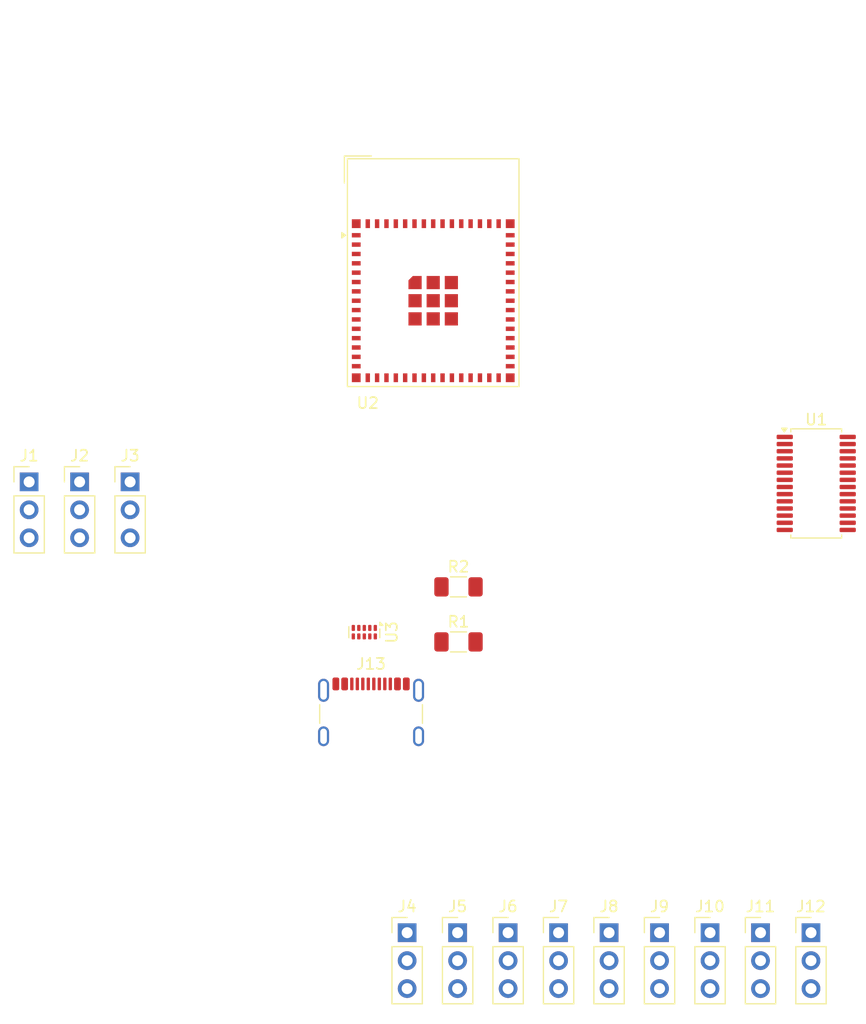
<source format=kicad_pcb>
(kicad_pcb (version 20241229) (generator "pcbnew") (generator_version "9.0")
  (layers (0 "F.Cu" signal) (4 "In1.Cu" signal) (6 "In2.Cu" signal) (2 "B.Cu" signal) (13 "F.Paste" user) (15 "B.Paste" user) (5 "F.SilkS" user "F.Silkscreen") (7 "B.SilkS" user "B.Silkscreen") (1 "F.Mask" user) (3 "B.Mask" user) (25 "Edge.Cuts" user))
  (net 0 "")
  (net 1 "GND")
  (net 2 "Net-(J10-Pin_1)")
  (net 3 "Net-(J11-Pin_1)")
  (net 4 "Net-(J12-Pin_1)")
  (net 57 "+3V3")
  (net 69 "/DP1")
  (net 70 "/USB 5V")
  (net 73 "Net-(J13-CC1)")
  (net 75 "/DP2")
  (net 77 "Net-(J13-CC2)")
  (footprint "Connector_PinHeader_2.54mm:PinHeader_1x03_P2.54mm_Vertical" (layer "F.Cu") (at 153.11 122.77)
    (property "Reference" "J11" (at 0 -2.38 0) (layer "F.SilkS"))
    (property "Value" "Servo11")
    (fp_line (start -1.38 -1.38) (end 0 -1.38) (stroke (width 0.12)) (layer "F.SilkS"))
    (fp_line (start -1.38 0) (end -1.38 -1.38) (stroke (width 0.12)) (layer "F.SilkS"))
    (fp_line (start -1.38 1.27) (end -1.38 6.46) (stroke (width 0.12)) (layer "F.SilkS"))
    (fp_line (start -1.38 1.27) (end 1.38 1.27) (stroke (width 0.12)) (layer "F.SilkS"))
    (fp_line (start -1.38 6.46) (end 1.38 6.46) (stroke (width 0.12)) (layer "F.SilkS"))
    (fp_line (start 1.38 1.27) (end 1.38 6.46) (stroke (width 0.12)) (layer "F.SilkS"))
    (pad "1" thru_hole rect (at 0 0) (size 1.7 1.7) (drill 1) (layers "*.Cu" "*.Mask") (net 3 "Net-(J11-Pin_1)"))
    (pad "2" thru_hole circle (at 0 2.54) (size 1.7 1.7) (drill 1) (layers "*.Cu" "*.Mask") (net 57 "+3V3"))
    (pad "3" thru_hole circle (at 0 5.08) (size 1.7 1.7) (drill 1) (layers "*.Cu" "*.Mask") (net 1 "GND"))
  )
  (footprint "Connector_PinHeader_2.54mm:PinHeader_1x03_P2.54mm_Vertical" (layer "F.Cu") (at 143.93 122.77)
    (property "Reference" "J9" (at 0 -2.38 0) (layer "F.SilkS"))
    (property "Value" "Servo9")
    (fp_line (start -1.38 -1.38) (end 0 -1.38) (stroke (width 0.12)) (layer "F.SilkS"))
    (fp_line (start -1.38 0) (end -1.38 -1.38) (stroke (width 0.12)) (layer "F.SilkS"))
    (fp_line (start -1.38 1.27) (end -1.38 6.46) (stroke (width 0.12)) (layer "F.SilkS"))
    (fp_line (start -1.38 1.27) (end 1.38 1.27) (stroke (width 0.12)) (layer "F.SilkS"))
    (fp_line (start -1.38 6.46) (end 1.38 6.46) (stroke (width 0.12)) (layer "F.SilkS"))
    (fp_line (start 1.38 1.27) (end 1.38 6.46) (stroke (width 0.12)) (layer "F.SilkS"))
    (pad "1" thru_hole rect (at 0 0) (size 1.7 1.7) (drill 1) (layers "*.Cu" "*.Mask"))
    (pad "2" thru_hole circle (at 0 2.54) (size 1.7 1.7) (drill 1) (layers "*.Cu" "*.Mask") (net 57 "+3V3"))
    (pad "3" thru_hole circle (at 0 5.08) (size 1.7 1.7) (drill 1) (layers "*.Cu" "*.Mask") (net 1 "GND"))
  )
  (footprint "Connector_PinHeader_2.54mm:PinHeader_1x03_P2.54mm_Vertical" (layer "F.Cu") (at 86.61 81.81)
    (property "Reference" "J1" (at 0 -2.38 0) (layer "F.SilkS"))
    (property "Value" "Servo1")
    (fp_line (start -1.38 -1.38) (end 0 -1.38) (stroke (width 0.12)) (layer "F.SilkS"))
    (fp_line (start -1.38 0) (end -1.38 -1.38) (stroke (width 0.12)) (layer "F.SilkS"))
    (fp_line (start -1.38 1.27) (end -1.38 6.46) (stroke (width 0.12)) (layer "F.SilkS"))
    (fp_line (start -1.38 1.27) (end 1.38 1.27) (stroke (width 0.12)) (layer "F.SilkS"))
    (fp_line (start -1.38 6.46) (end 1.38 6.46) (stroke (width 0.12)) (layer "F.SilkS"))
    (fp_line (start 1.38 1.27) (end 1.38 6.46) (stroke (width 0.12)) (layer "F.SilkS"))
    (pad "1" thru_hole rect (at 0 0) (size 1.7 1.7) (drill 1) (layers "*.Cu" "*.Mask"))
    (pad "2" thru_hole circle (at 0 2.54) (size 1.7 1.7) (drill 1) (layers "*.Cu" "*.Mask") (net 57 "+3V3"))
    (pad "3" thru_hole circle (at 0 5.08) (size 1.7 1.7) (drill 1) (layers "*.Cu" "*.Mask") (net 1 "GND"))
  )
  (footprint "Connector_USB:USB_C_Receptacle_GCT_USB4105-xx-A_16P_TopMnt_Horizontal" (layer "F.Cu") (at 117.7 103.85)
    (property "Reference" "J13" (at 0 -5.5 0) (layer "F.SilkS"))
    (property "Value" "USB_C_Receptacle_USB2.0_16P")
    (fp_line (start -4.67 -0.1) (end -4.67 -1.8) (stroke (width 0.12)) (layer "F.SilkS"))
    (fp_line (start 4.67 -0.1) (end 4.67 -1.8) (stroke (width 0.12)) (layer "F.SilkS"))
    (pad "" np_thru_hole circle (at -2.89 -2.605) (size 0.65 0.65) (drill 0.65) (layers "F&B.Cu" "*.Mask"))
    (pad "" np_thru_hole circle (at 2.89 -2.605) (size 0.65 0.65) (drill 0.65) (layers "F&B.Cu" "*.Mask"))
    (pad "A1" smd roundrect (at -3.2 -3.68) (size 0.6 1.15) (layers "F.Cu" "F.Mask" "F.Paste") (net 1 "GND"))
    (pad "A4" smd roundrect (at -2.4 -3.68) (size 0.6 1.15) (layers "F.Cu" "F.Mask" "F.Paste") (net 70 "/USB 5V"))
    (pad "A5" smd roundrect (at -1.25 -3.68) (size 0.3 1.15) (layers "F.Cu" "F.Mask" "F.Paste") (net 73 "Net-(J13-CC1)"))
    (pad "A6" smd roundrect (at -0.25 -3.68) (size 0.3 1.15) (layers "F.Cu" "F.Mask" "F.Paste") (net 69 "/DP1"))
    (pad "A7" smd roundrect (at 0.25 -3.68) (size 0.3 1.15) (layers "F.Cu" "F.Mask" "F.Paste") (net 75 "/DP2"))
    (pad "A8" smd roundrect (at 1.25 -3.68) (size 0.3 1.15) (layers "F.Cu" "F.Mask" "F.Paste"))
    (pad "A9" smd roundrect (at 2.4 -3.68) (size 0.6 1.15) (layers "F.Cu" "F.Mask" "F.Paste") (net 70 "/USB 5V"))
    (pad "A12" smd roundrect (at 3.2 -3.68) (size 0.6 1.15) (layers "F.Cu" "F.Mask" "F.Paste") (net 1 "GND"))
    (pad "B1" smd roundrect (at 3.2 -3.68) (size 0.6 1.15) (layers "F.Cu" "F.Mask" "F.Paste") (net 1 "GND"))
    (pad "B4" smd roundrect (at 2.4 -3.68) (size 0.6 1.15) (layers "F.Cu" "F.Mask" "F.Paste") (net 70 "/USB 5V"))
    (pad "B5" smd roundrect (at 1.75 -3.68) (size 0.3 1.15) (layers "F.Cu" "F.Mask" "F.Paste") (net 77 "Net-(J13-CC2)"))
    (pad "B6" smd roundrect (at 0.75 -3.68) (size 0.3 1.15) (layers "F.Cu" "F.Mask" "F.Paste"))
    (pad "B7" smd roundrect (at -0.75 -3.68) (size 0.3 1.15) (layers "F.Cu" "F.Mask" "F.Paste"))
    (pad "B8" smd roundrect (at -1.75 -3.68) (size 0.3 1.15) (layers "F.Cu" "F.Mask" "F.Paste"))
    (pad "B9" smd roundrect (at -2.4 -3.68) (size 0.6 1.15) (layers "F.Cu" "F.Mask" "F.Paste") (net 70 "/USB 5V"))
    (pad "B12" smd roundrect (at -3.2 -3.68) (size 0.6 1.15) (layers "F.Cu" "F.Mask" "F.Paste") (net 1 "GND"))
    (pad "S1" thru_hole oval (at -4.32 -3.105) (size 1 2.1) (drill oval 0.6 1.7) (property pad_prop_heatsink) (layers "*.Cu" "*.Mask" "F.Paste") (net 1 "GND"))
    (pad "S1" thru_hole oval (at -4.32 1.075) (size 1 1.8) (drill oval 0.6 1.4) (property pad_prop_heatsink) (layers "*.Cu" "*.Mask" "F.Paste") (net 1 "GND"))
    (pad "S1" thru_hole oval (at 4.32 -3.105) (size 1 2.1) (drill oval 0.6 1.7) (property pad_prop_heatsink) (layers "*.Cu" "*.Mask" "F.Paste") (net 1 "GND"))
    (pad "S1" thru_hole oval (at 4.32 1.075) (size 1 1.8) (drill oval 0.6 1.4) (property pad_prop_heatsink) (layers "*.Cu" "*.Mask" "F.Paste") (net 1 "GND"))
  )
  (footprint "Connector_PinHeader_2.54mm:PinHeader_1x03_P2.54mm_Vertical" (layer "F.Cu") (at 120.98 122.77)
    (property "Reference" "J4" (at 0 -2.38 0) (layer "F.SilkS"))
    (property "Value" "Servo4")
    (fp_line (start -1.38 -1.38) (end 0 -1.38) (stroke (width 0.12)) (layer "F.SilkS"))
    (fp_line (start -1.38 0) (end -1.38 -1.38) (stroke (width 0.12)) (layer "F.SilkS"))
    (fp_line (start -1.38 1.27) (end -1.38 6.46) (stroke (width 0.12)) (layer "F.SilkS"))
    (fp_line (start -1.38 1.27) (end 1.38 1.27) (stroke (width 0.12)) (layer "F.SilkS"))
    (fp_line (start -1.38 6.46) (end 1.38 6.46) (stroke (width 0.12)) (layer "F.SilkS"))
    (fp_line (start 1.38 1.27) (end 1.38 6.46) (stroke (width 0.12)) (layer "F.SilkS"))
    (pad "1" thru_hole rect (at 0 0) (size 1.7 1.7) (drill 1) (layers "*.Cu" "*.Mask"))
    (pad "2" thru_hole circle (at 0 2.54) (size 1.7 1.7) (drill 1) (layers "*.Cu" "*.Mask") (net 57 "+3V3"))
    (pad "3" thru_hole circle (at 0 5.08) (size 1.7 1.7) (drill 1) (layers "*.Cu" "*.Mask") (net 1 "GND"))
  )
  (footprint "Resistor_SMD:R_1206_3216Metric_Pad1.30x1.75mm_HandSolder" (layer "F.Cu") (at 125.65 96.35)
    (property "Reference" "R1" (at 0 -1.83 0) (layer "F.SilkS"))
    (property "Value" "5.1 kΩ")
    (fp_line (start -0.727064 -0.91) (end 0.727064 -0.91) (stroke (width 0.12)) (layer "F.SilkS"))
    (fp_line (start -0.727064 0.91) (end 0.727064 0.91) (stroke (width 0.12)) (layer "F.SilkS"))
    (pad "1" smd roundrect (at -1.55 0) (size 1.3 1.75) (layers "F.Cu" "F.Mask" "F.Paste") (roundrect_rratio 0.192308) (net 77 "Net-(J13-CC2)"))
    (pad "2" smd roundrect (at 1.55 0) (size 1.3 1.75) (layers "F.Cu" "F.Mask" "F.Paste") (roundrect_rratio 0.192308) (net 1 "GND"))
  )
  (footprint "Connector_PinHeader_2.54mm:PinHeader_1x03_P2.54mm_Vertical" (layer "F.Cu") (at 157.7 122.77)
    (property "Reference" "J12" (at 0 -2.38 0) (layer "F.SilkS"))
    (property "Value" "Servo12")
    (fp_line (start -1.38 -1.38) (end 0 -1.38) (stroke (width 0.12)) (layer "F.SilkS"))
    (fp_line (start -1.38 0) (end -1.38 -1.38) (stroke (width 0.12)) (layer "F.SilkS"))
    (fp_line (start -1.38 1.27) (end -1.38 6.46) (stroke (width 0.12)) (layer "F.SilkS"))
    (fp_line (start -1.38 1.27) (end 1.38 1.27) (stroke (width 0.12)) (layer "F.SilkS"))
    (fp_line (start -1.38 6.46) (end 1.38 6.46) (stroke (width 0.12)) (layer "F.SilkS"))
    (fp_line (start 1.38 1.27) (end 1.38 6.46) (stroke (width 0.12)) (layer "F.SilkS"))
    (pad "1" thru_hole rect (at 0 0) (size 1.7 1.7) (drill 1) (layers "*.Cu" "*.Mask") (net 4 "Net-(J12-Pin_1)"))
    (pad "2" thru_hole circle (at 0 2.54) (size 1.7 1.7) (drill 1) (layers "*.Cu" "*.Mask") (net 57 "+3V3"))
    (pad "3" thru_hole circle (at 0 5.08) (size 1.7 1.7) (drill 1) (layers "*.Cu" "*.Mask") (net 1 "GND"))
  )
  (footprint "Connector_PinHeader_2.54mm:PinHeader_1x03_P2.54mm_Vertical" (layer "F.Cu") (at 130.16 122.77)
    (property "Reference" "J6" (at 0 -2.38 0) (layer "F.SilkS"))
    (property "Value" "Servo6")
    (fp_line (start -1.38 -1.38) (end 0 -1.38) (stroke (width 0.12)) (layer "F.SilkS"))
    (fp_line (start -1.38 0) (end -1.38 -1.38) (stroke (width 0.12)) (layer "F.SilkS"))
    (fp_line (start -1.38 1.27) (end -1.38 6.46) (stroke (width 0.12)) (layer "F.SilkS"))
    (fp_line (start -1.38 1.27) (end 1.38 1.27) (stroke (width 0.12)) (layer "F.SilkS"))
    (fp_line (start -1.38 6.46) (end 1.38 6.46) (stroke (width 0.12)) (layer "F.SilkS"))
    (fp_line (start 1.38 1.27) (end 1.38 6.46) (stroke (width 0.12)) (layer "F.SilkS"))
    (pad "1" thru_hole rect (at 0 0) (size 1.7 1.7) (drill 1) (layers "*.Cu" "*.Mask"))
    (pad "2" thru_hole circle (at 0 2.54) (size 1.7 1.7) (drill 1) (layers "*.Cu" "*.Mask") (net 57 "+3V3"))
    (pad "3" thru_hole circle (at 0 5.08) (size 1.7 1.7) (drill 1) (layers "*.Cu" "*.Mask") (net 1 "GND"))
  )
  (footprint "Connector_PinHeader_2.54mm:PinHeader_1x03_P2.54mm_Vertical" (layer "F.Cu") (at 148.52 122.77)
    (property "Reference" "J10" (at 0 -2.38 0) (layer "F.SilkS"))
    (property "Value" "Servo10")
    (fp_line (start -1.38 -1.38) (end 0 -1.38) (stroke (width 0.12)) (layer "F.SilkS"))
    (fp_line (start -1.38 0) (end -1.38 -1.38) (stroke (width 0.12)) (layer "F.SilkS"))
    (fp_line (start -1.38 1.27) (end -1.38 6.46) (stroke (width 0.12)) (layer "F.SilkS"))
    (fp_line (start -1.38 1.27) (end 1.38 1.27) (stroke (width 0.12)) (layer "F.SilkS"))
    (fp_line (start -1.38 6.46) (end 1.38 6.46) (stroke (width 0.12)) (layer "F.SilkS"))
    (fp_line (start 1.38 1.27) (end 1.38 6.46) (stroke (width 0.12)) (layer "F.SilkS"))
    (pad "1" thru_hole rect (at 0 0) (size 1.7 1.7) (drill 1) (layers "*.Cu" "*.Mask") (net 2 "Net-(J10-Pin_1)"))
    (pad "2" thru_hole circle (at 0 2.54) (size 1.7 1.7) (drill 1) (layers "*.Cu" "*.Mask") (net 57 "+3V3"))
    (pad "3" thru_hole circle (at 0 5.08) (size 1.7 1.7) (drill 1) (layers "*.Cu" "*.Mask") (net 1 "GND"))
  )
  (footprint "Resistor_SMD:R_1206_3216Metric_Pad1.30x1.75mm_HandSolder" (layer "F.Cu") (at 125.65 91.35)
    (property "Reference" "R2" (at 0 -1.83 0) (layer "F.SilkS"))
    (property "Value" "5.1 kΩ")
    (fp_line (start -0.727064 -0.91) (end 0.727064 -0.91) (stroke (width 0.12)) (layer "F.SilkS"))
    (fp_line (start -0.727064 0.91) (end 0.727064 0.91) (stroke (width 0.12)) (layer "F.SilkS"))
    (pad "1" smd roundrect (at -1.55 0) (size 1.3 1.75) (layers "F.Cu" "F.Mask" "F.Paste") (roundrect_rratio 0.192308) (net 73 "Net-(J13-CC1)"))
    (pad "2" smd roundrect (at 1.55 0) (size 1.3 1.75) (layers "F.Cu" "F.Mask" "F.Paste") (roundrect_rratio 0.192308) (net 1 "GND"))
  )
  (footprint "Connector_PinHeader_2.54mm:PinHeader_1x03_P2.54mm_Vertical" (layer "F.Cu") (at 95.79 81.81)
    (property "Reference" "J3" (at 0 -2.38 0) (layer "F.SilkS"))
    (property "Value" "Servo3")
    (fp_line (start -1.38 -1.38) (end 0 -1.38) (stroke (width 0.12)) (layer "F.SilkS"))
    (fp_line (start -1.38 0) (end -1.38 -1.38) (stroke (width 0.12)) (layer "F.SilkS"))
    (fp_line (start -1.38 1.27) (end -1.38 6.46) (stroke (width 0.12)) (layer "F.SilkS"))
    (fp_line (start -1.38 1.27) (end 1.38 1.27) (stroke (width 0.12)) (layer "F.SilkS"))
    (fp_line (start -1.38 6.46) (end 1.38 6.46) (stroke (width 0.12)) (layer "F.SilkS"))
    (fp_line (start 1.38 1.27) (end 1.38 6.46) (stroke (width 0.12)) (layer "F.SilkS"))
    (pad "1" thru_hole rect (at 0 0) (size 1.7 1.7) (drill 1) (layers "*.Cu" "*.Mask"))
    (pad "2" thru_hole circle (at 0 2.54) (size 1.7 1.7) (drill 1) (layers "*.Cu" "*.Mask") (net 57 "+3V3"))
    (pad "3" thru_hole circle (at 0 5.08) (size 1.7 1.7) (drill 1) (layers "*.Cu" "*.Mask") (net 1 "GND"))
  )
  (footprint "Connector_PinHeader_2.54mm:PinHeader_1x03_P2.54mm_Vertical" (layer "F.Cu") (at 91.2 81.81)
    (property "Reference" "J2" (at 0 -2.38 0) (layer "F.SilkS"))
    (property "Value" "Servo2")
    (fp_line (start -1.38 -1.38) (end 0 -1.38) (stroke (width 0.12)) (layer "F.SilkS"))
    (fp_line (start -1.38 0) (end -1.38 -1.38) (stroke (width 0.12)) (layer "F.SilkS"))
    (fp_line (start -1.38 1.27) (end -1.38 6.46) (stroke (width 0.12)) (layer "F.SilkS"))
    (fp_line (start -1.38 1.27) (end 1.38 1.27) (stroke (width 0.12)) (layer "F.SilkS"))
    (fp_line (start -1.38 6.46) (end 1.38 6.46) (stroke (width 0.12)) (layer "F.SilkS"))
    (fp_line (start 1.38 1.27) (end 1.38 6.46) (stroke (width 0.12)) (layer "F.SilkS"))
    (pad "1" thru_hole rect (at 0 0) (size 1.7 1.7) (drill 1) (layers "*.Cu" "*.Mask"))
    (pad "2" thru_hole circle (at 0 2.54) (size 1.7 1.7) (drill 1) (layers "*.Cu" "*.Mask") (net 57 "+3V3"))
    (pad "3" thru_hole circle (at 0 5.08) (size 1.7 1.7) (drill 1) (layers "*.Cu" "*.Mask") (net 1 "GND"))
  )
  (footprint "Package_SO:TSSOP-28_4.4x9.7mm_P0.65mm" (layer "F.Cu") (at 158.175 81.95)
    (property "Reference" "U1" (at 0 -5.8 0) (layer "F.SilkS"))
    (property "Value" "PCA9685PW")
    (fp_line (start -2.31 -4.96) (end -2.31 -4.685) (stroke (width 0.12)) (layer "F.SilkS"))
    (fp_line (start -2.31 4.96) (end -2.31 4.685) (stroke (width 0.12)) (layer "F.SilkS"))
    (fp_line (start 0 -4.96) (end -2.31 -4.96) (stroke (width 0.12)) (layer "F.SilkS"))
    (fp_line (start 0 -4.96) (end 2.31 -4.96) (stroke (width 0.12)) (layer "F.SilkS"))
    (fp_line (start 0 4.96) (end -2.31 4.96) (stroke (width 0.12)) (layer "F.SilkS"))
    (fp_line (start 0 4.96) (end 2.31 4.96) (stroke (width 0.12)) (layer "F.SilkS"))
    (fp_line (start 2.31 -4.96) (end 2.31 -4.685) (stroke (width 0.12)) (layer "F.SilkS"))
    (fp_line (start 2.31 4.96) (end 2.31 4.685) (stroke (width 0.12)) (layer "F.SilkS"))
    (fp_poly (pts (xy -2.9 -4.685) (xy -3.14 -5.015) (xy -2.66 -5.015)) (stroke (width 0.12)) (fill yes) (layer "F.SilkS"))
    (pad "1" smd roundrect (at -2.8625 -4.225) (size 1.475 0.4) (layers "F.Cu" "F.Mask" "F.Paste"))
    (pad "2" smd roundrect (at -2.8625 -3.575) (size 1.475 0.4) (layers "F.Cu" "F.Mask" "F.Paste"))
    (pad "3" smd roundrect (at -2.8625 -2.925) (size 1.475 0.4) (layers "F.Cu" "F.Mask" "F.Paste"))
    (pad "4" smd roundrect (at -2.8625 -2.275) (size 1.475 0.4) (layers "F.Cu" "F.Mask" "F.Paste"))
    (pad "5" smd roundrect (at -2.8625 -1.625) (size 1.475 0.4) (layers "F.Cu" "F.Mask" "F.Paste"))
    (pad "6" smd roundrect (at -2.8625 -0.975) (size 1.475 0.4) (layers "F.Cu" "F.Mask" "F.Paste") (net 4 "Net-(J12-Pin_1)"))
    (pad "7" smd roundrect (at -2.8625 -0.325) (size 1.475 0.4) (layers "F.Cu" "F.Mask" "F.Paste") (net 3 "Net-(J11-Pin_1)"))
    (pad "8" smd roundrect (at -2.8625 0.325) (size 1.475 0.4) (layers "F.Cu" "F.Mask" "F.Paste") (net 2 "Net-(J10-Pin_1)"))
    (pad "9" smd roundrect (at -2.8625 0.975) (size 1.475 0.4) (layers "F.Cu" "F.Mask" "F.Paste"))
    (pad "10" smd roundrect (at -2.8625 1.625) (size 1.475 0.4) (layers "F.Cu" "F.Mask" "F.Paste"))
    (pad "11" smd roundrect (at -2.8625 2.275) (size 1.475 0.4) (layers "F.Cu" "F.Mask" "F.Paste"))
    (pad "12" smd roundrect (at -2.8625 2.925) (size 1.475 0.4) (layers "F.Cu" "F.Mask" "F.Paste"))
    (pad "13" smd roundrect (at -2.8625 3.575) (size 1.475 0.4) (layers "F.Cu" "F.Mask" "F.Paste"))
    (pad "14" smd roundrect (at -2.8625 4.225) (size 1.475 0.4) (layers "F.Cu" "F.Mask" "F.Paste") (net 1 "GND"))
    (pad "15" smd roundrect (at 2.8625 4.225) (size 1.475 0.4) (layers "F.Cu" "F.Mask" "F.Paste"))
    (pad "16" smd roundrect (at 2.8625 3.575) (size 1.475 0.4) (layers "F.Cu" "F.Mask" "F.Paste"))
    (pad "17" smd roundrect (at 2.8625 2.925) (size 1.475 0.4) (layers "F.Cu" "F.Mask" "F.Paste"))
    (pad "18" smd roundrect (at 2.8625 2.275) (size 1.475 0.4) (layers "F.Cu" "F.Mask" "F.Paste"))
    (pad "19" smd roundrect (at 2.8625 1.625) (size 1.475 0.4) (layers "F.Cu" "F.Mask" "F.Paste"))
    (pad "20" smd roundrect (at 2.8625 0.975) (size 1.475 0.4) (layers "F.Cu" "F.Mask" "F.Paste"))
    (pad "21" smd roundrect (at 2.8625 0.325) (size 1.475 0.4) (layers "F.Cu" "F.Mask" "F.Paste"))
    (pad "22" smd roundrect (at 2.8625 -0.325) (size 1.475 0.4) (layers "F.Cu" "F.Mask" "F.Paste"))
    (pad "23" smd roundrect (at 2.8625 -0.975) (size 1.475 0.4) (layers "F.Cu" "F.Mask" "F.Paste"))
    (pad "24" smd roundrect (at 2.8625 -1.625) (size 1.475 0.4) (layers "F.Cu" "F.Mask" "F.Paste"))
    (pad "25" smd roundrect (at 2.8625 -2.275) (size 1.475 0.4) (layers "F.Cu" "F.Mask" "F.Paste"))
    (pad "26" smd roundrect (at 2.8625 -2.925) (size 1.475 0.4) (layers "F.Cu" "F.Mask" "F.Paste"))
    (pad "27" smd roundrect (at 2.8625 -3.575) (size 1.475 0.4) (layers "F.Cu" "F.Mask" "F.Paste"))
    (pad "28" smd roundrect (at 2.8625 -4.225) (size 1.475 0.4) (layers "F.Cu" "F.Mask" "F.Paste") (net 57 "+3V3"))
  )
  (footprint "RF_Module:ESP32-S2-MINI-1" (layer "F.Cu") (at 123.35 62.8)
    (property "Reference" "U2" (at -5.95 11.85 0) (layer "F.SilkS"))
    (property "Value" "ESP32-S3-MINI-1")
    (fp_line (start -8.075 -10.6) (end -8.075 -8.15) (stroke (width 0.12)) (layer "F.SilkS"))
    (fp_line (start -8.075 -10.6) (end -5.625 -10.6) (stroke (width 0.12)) (layer "F.SilkS"))
    (fp_line (start -7.8 -10.35) (end 7.8 -10.35) (stroke (width 0.12)) (layer "F.SilkS"))
    (fp_line (start -7.8 10.35) (end -7.8 -10.35) (stroke (width 0.12)) (layer "F.SilkS"))
    (fp_line (start 7.8 -10.35) (end 7.8 10.35) (stroke (width 0.12)) (layer "F.SilkS"))
    (fp_line (start 7.8 10.35) (end -7.8 10.35) (stroke (width 0.12)) (layer "F.SilkS"))
    (fp_poly (pts (xy -7.975 -3.4) (xy -8.311 -3.16) (xy -8.311 -3.64) (xy -7.975 -3.4)) (stroke (width 0.12)) (fill yes) (layer "F.SilkS"))
    (pad "1" smd rect (at -7 -3.4) (size 0.8 0.4) (layers "F.Cu" "F.Mask" "F.Paste") (net 1 "GND"))
    (pad "2" smd rect (at -7 -2.55) (size 0.8 0.4) (layers "F.Cu" "F.Mask" "F.Paste") (net 1 "GND"))
    (pad "3" smd rect (at -7 -1.7) (size 0.8 0.4) (layers "F.Cu" "F.Mask" "F.Paste") (net 57 "+3V3"))
    (pad "4" smd rect (at -7 -0.85) (size 0.8 0.4) (layers "F.Cu" "F.Mask" "F.Paste"))
    (pad "5" smd rect (at -7 0) (size 0.8 0.4) (layers "F.Cu" "F.Mask" "F.Paste"))
    (pad "6" smd rect (at -7 0.85) (size 0.8 0.4) (layers "F.Cu" "F.Mask" "F.Paste"))
    (pad "7" smd rect (at -7 1.7) (size 0.8 0.4) (layers "F.Cu" "F.Mask" "F.Paste"))
    (pad "8" smd rect (at -7 2.55) (size 0.8 0.4) (layers "F.Cu" "F.Mask" "F.Paste"))
    (pad "9" smd rect (at -7 3.4) (size 0.8 0.4) (layers "F.Cu" "F.Mask" "F.Paste"))
    (pad "10" smd rect (at -7 4.25) (size 0.8 0.4) (layers "F.Cu" "F.Mask" "F.Paste"))
    (pad "11" smd rect (at -7 5.1) (size 0.8 0.4) (layers "F.Cu" "F.Mask" "F.Paste"))
    (pad "12" smd rect (at -7 5.95) (size 0.8 0.4) (layers "F.Cu" "F.Mask" "F.Paste"))
    (pad "13" smd rect (at -7 6.8) (size 0.8 0.4) (layers "F.Cu" "F.Mask" "F.Paste"))
    (pad "14" smd rect (at -7 7.65) (size 0.8 0.4) (layers "F.Cu" "F.Mask" "F.Paste"))
    (pad "15" smd rect (at -7 8.5) (size 0.8 0.4) (layers "F.Cu" "F.Mask" "F.Paste"))
    (pad "16" smd rect (at -5.95 9.55 90) (size 0.8 0.4) (layers "F.Cu" "F.Mask" "F.Paste"))
    (pad "17" smd rect (at -5.1 9.55 90) (size 0.8 0.4) (layers "F.Cu" "F.Mask" "F.Paste"))
    (pad "18" smd rect (at -4.25 9.55 90) (size 0.8 0.4) (layers "F.Cu" "F.Mask" "F.Paste"))
    (pad "19" smd rect (at -3.4 9.55 90) (size 0.8 0.4) (layers "F.Cu" "F.Mask" "F.Paste"))
    (pad "20" smd rect (at -2.55 9.55 90) (size 0.8 0.4) (layers "F.Cu" "F.Mask" "F.Paste"))
    (pad "21" smd rect (at -1.7 9.55 90) (size 0.8 0.4) (layers "F.Cu" "F.Mask" "F.Paste"))
    (pad "22" smd rect (at -0.85 9.55 90) (size 0.8 0.4) (layers "F.Cu" "F.Mask" "F.Paste"))
    (pad "23" smd rect (at 0 9.55 90) (size 0.8 0.4) (layers "F.Cu" "F.Mask" "F.Paste"))
    (pad "24" smd rect (at 0.85 9.55 90) (size 0.8 0.4) (layers "F.Cu" "F.Mask" "F.Paste"))
    (pad "25" smd rect (at 1.7 9.55 90) (size 0.8 0.4) (layers "F.Cu" "F.Mask" "F.Paste"))
    (pad "26" smd rect (at 2.55 9.55 90) (size 0.8 0.4) (layers "F.Cu" "F.Mask" "F.Paste"))
    (pad "27" smd rect (at 3.4 9.55 90) (size 0.8 0.4) (layers "F.Cu" "F.Mask" "F.Paste"))
    (pad "28" smd rect (at 4.25 9.55 90) (size 0.8 0.4) (layers "F.Cu" "F.Mask" "F.Paste"))
    (pad "29" smd rect (at 5.1 9.55 90) (size 0.8 0.4) (layers "F.Cu" "F.Mask" "F.Paste"))
    (pad "30" smd rect (at 5.95 9.55 90) (size 0.8 0.4) (layers "F.Cu" "F.Mask" "F.Paste"))
    (pad "31" smd rect (at 7 8.5) (size 0.8 0.4) (layers "F.Cu" "F.Mask" "F.Paste"))
    (pad "32" smd rect (at 7 7.65) (size 0.8 0.4) (layers "F.Cu" "F.Mask" "F.Paste"))
    (pad "33" smd rect (at 7 6.8) (size 0.8 0.4) (layers "F.Cu" "F.Mask" "F.Paste"))
    (pad "34" smd rect (at 7 5.95) (size 0.8 0.4) (layers "F.Cu" "F.Mask" "F.Paste"))
    (pad "35" smd rect (at 7 5.1) (size 0.8 0.4) (layers "F.Cu" "F.Mask" "F.Paste"))
    (pad "36" smd rect (at 7 4.25) (size 0.8 0.4) (layers "F.Cu" "F.Mask" "F.Paste"))
    (pad "37" smd rect (at 7 3.4) (size 0.8 0.4) (layers "F.Cu" "F.Mask" "F.Paste"))
    (pad "38" smd rect (at 7 2.55) (size 0.8 0.4) (layers "F.Cu" "F.Mask" "F.Paste"))
    (pad "39" smd rect (at 7 1.7) (size 0.8 0.4) (layers "F.Cu" "F.Mask" "F.Paste"))
    (pad "40" smd rect (at 7 0.85) (size 0.8 0.4) (layers "F.Cu" "F.Mask" "F.Paste"))
    (pad "41" smd rect (at 7 0) (size 0.8 0.4) (layers "F.Cu" "F.Mask" "F.Paste"))
    (pad "42" smd rect (at 7 -0.85) (size 0.8 0.4) (layers "F.Cu" "F.Mask" "F.Paste") (net 1 "GND"))
    (pad "43" smd rect (at 7 -1.7) (size 0.8 0.4) (layers "F.Cu" "F.Mask" "F.Paste") (net 1 "GND"))
    (pad "44" smd rect (at 7 -2.55) (size 0.8 0.4) (layers "F.Cu" "F.Mask" "F.Paste"))
    (pad "45" smd rect (at 7 -3.4) (size 0.8 0.4) (layers "F.Cu" "F.Mask" "F.Paste"))
    (pad "46" smd rect (at 5.95 -4.45 90) (size 0.8 0.4) (layers "F.Cu" "F.Mask" "F.Paste") (net 1 "GND"))
    (pad "47" smd rect (at 5.1 -4.45 90) (size 0.8 0.4) (layers "F.Cu" "F.Mask" "F.Paste") (net 1 "GND"))
    (pad "48" smd rect (at 4.25 -4.45 90) (size 0.8 0.4) (layers "F.Cu" "F.Mask" "F.Paste") (net 1 "GND"))
    (pad "49" smd rect (at 3.4 -4.45 90) (size 0.8 0.4) (layers "F.Cu" "F.Mask" "F.Paste") (net 1 "GND"))
    (pad "50" smd rect (at 2.55 -4.45 90) (size 0.8 0.4) (layers "F.Cu" "F.Mask" "F.Paste") (net 1 "GND"))
    (pad "51" smd rect (at 1.7 -4.45 90) (size 0.8 0.4) (layers "F.Cu" "F.Mask" "F.Paste") (net 1 "GND"))
    (pad "52" smd rect (at 0.85 -4.45 90) (size 0.8 0.4) (layers "F.Cu" "F.Mask" "F.Paste") (net 1 "GND"))
    (pad "53" smd rect (at 0 -4.45 90) (size 0.8 0.4) (layers "F.Cu" "F.Mask" "F.Paste") (net 1 "GND"))
    (pad "54" smd rect (at -0.85 -4.45 90) (size 0.8 0.4) (layers "F.Cu" "F.Mask" "F.Paste") (net 1 "GND"))
    (pad "55" smd rect (at -1.7 -4.45 90) (size 0.8 0.4) (layers "F.Cu" "F.Mask" "F.Paste") (net 1 "GND"))
    (pad "56" smd rect (at -2.55 -4.45 90) (size 0.8 0.4) (layers "F.Cu" "F.Mask" "F.Paste") (net 1 "GND"))
    (pad "57" smd rect (at -3.4 -4.45 90) (size 0.8 0.4) (layers "F.Cu" "F.Mask" "F.Paste") (net 1 "GND"))
    (pad "58" smd rect (at -4.25 -4.45 90) (size 0.8 0.4) (layers "F.Cu" "F.Mask" "F.Paste") (net 1 "GND"))
    (pad "59" smd rect (at -5.1 -4.45 90) (size 0.8 0.4) (layers "F.Cu" "F.Mask" "F.Paste") (net 1 "GND"))
    (pad "60" smd rect (at -5.95 -4.45 90) (size 0.8 0.4) (layers "F.Cu" "F.Mask" "F.Paste") (net 1 "GND"))
    (pad "61" smd roundrect (at -1.65 0.9) (size 1.2 1.2) (property pad_prop_heatsink) (layers "F.Cu" "F.Mask" "F.Paste") (roundrect_rratio 0) (chamfer_ratio 0.33) (chamfer top_left) (net 1 "GND"))
    (pad "61" smd rect (at -1.65 2.55) (size 1.2 1.2) (property pad_prop_heatsink) (layers "F.Cu" "F.Mask" "F.Paste") (net 1 "GND"))
    (pad "61" smd rect (at -1.65 4.2) (size 1.2 1.2) (property pad_prop_heatsink) (layers "F.Cu" "F.Mask" "F.Paste") (net 1 "GND"))
    (pad "61" smd rect (at 0 0.9) (size 1.2 1.2) (property pad_prop_heatsink) (layers "F.Cu" "F.Mask" "F.Paste") (net 1 "GND"))
    (pad "61" smd rect (at 0 2.55) (size 1.2 1.2) (property pad_prop_heatsink) (layers "F.Cu" "F.Mask" "F.Paste") (net 1 "GND"))
    (pad "61" smd rect (at 0 4.2) (size 1.2 1.2) (property pad_prop_heatsink) (layers "F.Cu" "F.Mask" "F.Paste") (net 1 "GND"))
    (pad "61" smd rect (at 1.65 0.9) (size 1.2 1.2) (property pad_prop_heatsink) (layers "F.Cu" "F.Mask" "F.Paste") (net 1 "GND"))
    (pad "61" smd rect (at 1.65 2.55) (size 1.2 1.2) (property pad_prop_heatsink) (layers "F.Cu" "F.Mask" "F.Paste") (net 1 "GND"))
    (pad "61" smd rect (at 1.65 4.2) (size 1.2 1.2) (property pad_prop_heatsink) (layers "F.Cu" "F.Mask" "F.Paste") (net 1 "GND"))
    (pad "62" smd rect (at -7 -4.45) (size 0.8 0.8) (layers "F.Cu" "F.Mask" "F.Paste") (net 1 "GND"))
    (pad "63" smd rect (at -7 9.55) (size 0.8 0.8) (layers "F.Cu" "F.Mask" "F.Paste") (net 1 "GND"))
    (pad "64" smd rect (at 7 9.55) (size 0.8 0.8) (layers "F.Cu" "F.Mask" "F.Paste") (net 1 "GND"))
    (pad "65" smd rect (at 7 -4.45) (size 0.8 0.8) (layers "F.Cu" "F.Mask" "F.Paste") (net 1 "GND"))
  )
  (footprint "Connector_PinHeader_2.54mm:PinHeader_1x03_P2.54mm_Vertical" (layer "F.Cu") (at 134.75 122.77)
    (property "Reference" "J7" (at 0 -2.38 0) (layer "F.SilkS"))
    (property "Value" "Servo7")
    (fp_line (start -1.38 -1.38) (end 0 -1.38) (stroke (width 0.12)) (layer "F.SilkS"))
    (fp_line (start -1.38 0) (end -1.38 -1.38) (stroke (width 0.12)) (layer "F.SilkS"))
    (fp_line (start -1.38 1.27) (end -1.38 6.46) (stroke (width 0.12)) (layer "F.SilkS"))
    (fp_line (start -1.38 1.27) (end 1.38 1.27) (stroke (width 0.12)) (layer "F.SilkS"))
    (fp_line (start -1.38 6.46) (end 1.38 6.46) (stroke (width 0.12)) (layer "F.SilkS"))
    (fp_line (start 1.38 1.27) (end 1.38 6.46) (stroke (width 0.12)) (layer "F.SilkS"))
    (pad "1" thru_hole rect (at 0 0) (size 1.7 1.7) (drill 1) (layers "*.Cu" "*.Mask"))
    (pad "2" thru_hole circle (at 0 2.54) (size 1.7 1.7) (drill 1) (layers "*.Cu" "*.Mask") (net 57 "+3V3"))
    (pad "3" thru_hole circle (at 0 5.08) (size 1.7 1.7) (drill 1) (layers "*.Cu" "*.Mask") (net 1 "GND"))
  )
  (footprint "Connector_PinHeader_2.54mm:PinHeader_1x03_P2.54mm_Vertical" (layer "F.Cu") (at 139.34 122.77)
    (property "Reference" "J8" (at 0 -2.38 0) (layer "F.SilkS"))
    (property "Value" "Servo8")
    (fp_line (start -1.38 -1.38) (end 0 -1.38) (stroke (width 0.12)) (layer "F.SilkS"))
    (fp_line (start -1.38 0) (end -1.38 -1.38) (stroke (width 0.12)) (layer "F.SilkS"))
    (fp_line (start -1.38 1.27) (end -1.38 6.46) (stroke (width 0.12)) (layer "F.SilkS"))
    (fp_line (start -1.38 1.27) (end 1.38 1.27) (stroke (width 0.12)) (layer "F.SilkS"))
    (fp_line (start -1.38 6.46) (end 1.38 6.46) (stroke (width 0.12)) (layer "F.SilkS"))
    (fp_line (start 1.38 1.27) (end 1.38 6.46) (stroke (width 0.12)) (layer "F.SilkS"))
    (pad "1" thru_hole rect (at 0 0) (size 1.7 1.7) (drill 1) (layers "*.Cu" "*.Mask"))
    (pad "2" thru_hole circle (at 0 2.54) (size 1.7 1.7) (drill 1) (layers "*.Cu" "*.Mask") (net 57 "+3V3"))
    (pad "3" thru_hole circle (at 0 5.08) (size 1.7 1.7) (drill 1) (layers "*.Cu" "*.Mask") (net 1 "GND"))
  )
  (footprint "Package_SON:USON-10_2.5x1.0mm_P0.5mm" (layer "F.Cu") (at 117.085 95.465 -90)
    (property "Reference" "U3" (at 0.01829 -2.5 90) (layer "F.SilkS"))
    (property "Value" "TPD4EUSB30" (hide yes))
    (fp_line (start 0.5 1.41) (end -0.5 1.41) (stroke (width 0.12)) (layer "F.SilkS"))
    (fp_line (start 0.5 -1.41) (end -0.29 -1.41) (stroke (width 0.12)) (layer "F.SilkS"))
    (fp_poly (pts (xy -0.62 -1.41) (xy -0.9 -1.41) (xy -0.62 -1.69) (xy -0.62 -1.41)) (stroke (width 0.12)) (fill yes) (layer "F.SilkS"))
    (pad "1" smd roundrect (at -0.385 -1 180) (size 0.3 0.55) (layers "F.Cu" "F.Mask" "F.Paste") (net 75 "/DP2"))
    (pad "2" smd roundrect (at -0.385 -0.5 180) (size 0.3 0.55) (layers "F.Cu" "F.Mask" "F.Paste") (net 69 "/DP1"))
    (pad "3" smd roundrect (at -0.385 0 180) (size 0.3 0.55) (layers "F.Cu" "F.Mask" "F.Paste") (net 1 "GND"))
    (pad "4" smd roundrect (at -0.385 0.5 180) (size 0.3 0.55) (layers "F.Cu" "F.Mask" "F.Paste") (net 70 "/USB 5V"))
    (pad "5" smd roundrect (at -0.385 1 180) (size 0.3 0.55) (layers "F.Cu" "F.Mask" "F.Paste"))
    (pad "6" smd roundrect (at 0.385 1 180) (size 0.3 0.55) (layers "F.Cu" "F.Mask" "F.Paste"))
    (pad "7" smd roundrect (at 0.385 0.5 180) (size 0.3 0.55) (layers "F.Cu" "F.Mask" "F.Paste") (net 70 "/USB 5V"))
    (pad "8" smd roundrect (at 0.385 0 180) (size 0.3 0.55) (layers "F.Cu" "F.Mask" "F.Paste") (net 1 "GND"))
    (pad "9" smd roundrect (at 0.385 -0.5 180) (size 0.3 0.55) (layers "F.Cu" "F.Mask" "F.Paste") (net 69 "/DP1"))
    (pad "10" smd roundrect (at 0.385 -1 180) (size 0.3 0.55) (layers "F.Cu" "F.Mask" "F.Paste") (net 75 "/DP2"))
  )
  (footprint "Connector_PinHeader_2.54mm:PinHeader_1x03_P2.54mm_Vertical" (layer "F.Cu") (at 125.57 122.77)
    (property "Reference" "J5" (at 0 -2.38 0) (layer "F.SilkS"))
    (property "Value" "Servo5")
    (fp_line (start -1.38 -1.38) (end 0 -1.38) (stroke (width 0.12)) (layer "F.SilkS"))
    (fp_line (start -1.38 0) (end -1.38 -1.38) (stroke (width 0.12)) (layer "F.SilkS"))
    (fp_line (start -1.38 1.27) (end -1.38 6.46) (stroke (width 0.12)) (layer "F.SilkS"))
    (fp_line (start -1.38 1.27) (end 1.38 1.27) (stroke (width 0.12)) (layer "F.SilkS"))
    (fp_line (start -1.38 6.46) (end 1.38 6.46) (stroke (width 0.12)) (layer "F.SilkS"))
    (fp_line (start 1.38 1.27) (end 1.38 6.46) (stroke (width 0.12)) (layer "F.SilkS"))
    (pad "1" thru_hole rect (at 0 0) (size 1.7 1.7) (drill 1) (layers "*.Cu" "*.Mask"))
    (pad "2" thru_hole circle (at 0 2.54) (size 1.7 1.7) (drill 1) (layers "*.Cu" "*.Mask") (net 57 "+3V3"))
    (pad "3" thru_hole circle (at 0 5.08) (size 1.7 1.7) (drill 1) (layers "*.Cu" "*.Mask") (net 1 "GND"))
  )
)
</source>
